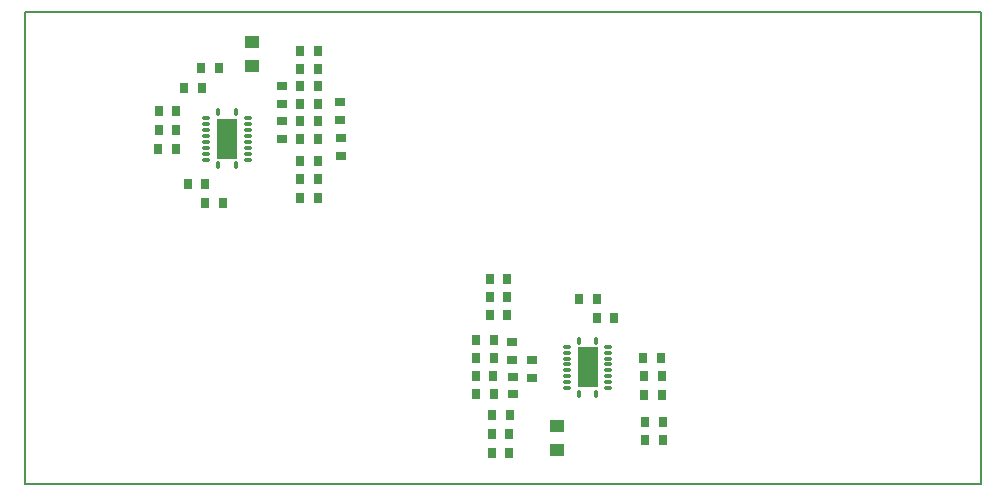
<source format=gbp>
%FSLAX25Y25*%
%MOIN*%
G70*
G01*
G75*
G04 Layer_Color=128*
%ADD10R,0.10630X0.03937*%
%ADD11R,0.02126X0.03543*%
%ADD12R,0.06299X0.01969*%
%ADD13R,0.07874X0.14410*%
%ADD14R,0.09843X0.14410*%
%ADD15R,0.25590X0.07559*%
%ADD16R,0.03543X0.02126*%
%ADD17R,0.01969X0.06299*%
%ADD18R,0.14410X0.07874*%
%ADD19R,0.14410X0.09843*%
%ADD20R,0.48504X0.15354*%
%ADD21C,0.00800*%
%ADD22R,0.19863X0.06977*%
%ADD23R,0.06180X0.93198*%
%ADD24R,0.45000X0.11900*%
%ADD25R,0.14563X0.09851*%
%ADD26R,0.30545X0.09475*%
%ADD27R,0.84414X0.11700*%
%ADD28R,0.46600X0.09300*%
%ADD29R,0.07500X0.15800*%
%ADD30R,0.07871X0.17200*%
%ADD31C,0.00500*%
%ADD32O,0.11811X0.09843*%
%ADD33R,0.11811X0.09843*%
%ADD34C,0.04000*%
%ADD35C,0.03000*%
%ADD36C,0.02000*%
%ADD37C,0.05000*%
%ADD38R,0.02756X0.03347*%
%ADD39R,0.03347X0.02756*%
%ADD40R,0.05118X0.03937*%
%ADD41O,0.02756X0.01181*%
%ADD42O,0.01181X0.02756*%
%ADD43R,0.07087X0.13386*%
%ADD44R,0.05000X0.94000*%
%ADD45R,0.16800X0.04300*%
%ADD46R,0.02620X0.27359*%
%ADD47R,0.02295X0.26700*%
%ADD48C,0.01000*%
%ADD49R,0.82400X0.16100*%
%ADD50R,0.11430X0.04737*%
%ADD51R,0.02926X0.04343*%
%ADD52R,0.07099X0.02769*%
%ADD53R,0.08674X0.15210*%
%ADD54R,0.10642X0.15210*%
%ADD55R,0.26391X0.08359*%
%ADD56R,0.04343X0.02926*%
%ADD57R,0.02769X0.07099*%
%ADD58R,0.15210X0.08674*%
%ADD59R,0.15210X0.10642*%
%ADD60R,0.49304X0.16154*%
%ADD61O,0.12611X0.10642*%
%ADD62R,0.12611X0.10642*%
%ADD63R,0.03556X0.04147*%
%ADD64R,0.04147X0.03556*%
%ADD65R,0.05918X0.04737*%
%ADD66O,0.03556X0.01981*%
%ADD67O,0.01981X0.03556*%
%ADD68R,0.07887X0.14186*%
D31*
X0Y-157480D02*
Y0D01*
Y-157480D02*
X318898D01*
Y0D01*
X0D02*
X318898D01*
D38*
X44626Y-33000D02*
D03*
X50532D02*
D03*
X64826Y-18600D02*
D03*
X58921D02*
D03*
X66126Y-63700D02*
D03*
X60220D02*
D03*
X50426Y-45700D02*
D03*
X44521D02*
D03*
X91921Y-36440D02*
D03*
X97826D02*
D03*
Y-30580D02*
D03*
X91921D02*
D03*
X97632Y-49800D02*
D03*
X91726D02*
D03*
X50532Y-39200D02*
D03*
X44626D02*
D03*
X59031Y-25500D02*
D03*
X53126D02*
D03*
X60232Y-57200D02*
D03*
X54326D02*
D03*
X97737Y-55800D02*
D03*
X91831D02*
D03*
X91921Y-42300D02*
D03*
X97826D02*
D03*
X97737Y-62100D02*
D03*
X91831D02*
D03*
X91921Y-24720D02*
D03*
X97826D02*
D03*
X91921Y-18860D02*
D03*
X97826D02*
D03*
X91921Y-13000D02*
D03*
X97826D02*
D03*
X161726Y-134294D02*
D03*
X155821D02*
D03*
X156300Y-127400D02*
D03*
X150394D02*
D03*
X155000Y-89100D02*
D03*
X160906D02*
D03*
X150320Y-121194D02*
D03*
X156226D02*
D03*
X155020Y-94994D02*
D03*
X160926D02*
D03*
X156306Y-115200D02*
D03*
X150400D02*
D03*
X156306Y-109300D02*
D03*
X150400D02*
D03*
X161531Y-140694D02*
D03*
X155626D02*
D03*
X161531Y-146894D02*
D03*
X155626D02*
D03*
X155020Y-100994D02*
D03*
X160926D02*
D03*
X212426Y-127594D02*
D03*
X206521D02*
D03*
X212726Y-142794D02*
D03*
X206821D02*
D03*
X206583Y-121472D02*
D03*
X212488D02*
D03*
X206720Y-136594D02*
D03*
X212626D02*
D03*
X206026Y-115494D02*
D03*
X211931D02*
D03*
X184726Y-95594D02*
D03*
X190631D02*
D03*
X190621Y-102094D02*
D03*
X196526D02*
D03*
D39*
X85600Y-36400D02*
D03*
Y-42305D02*
D03*
Y-30600D02*
D03*
Y-24694D02*
D03*
X105300Y-48006D02*
D03*
Y-42100D02*
D03*
X105100Y-35906D02*
D03*
Y-30000D02*
D03*
X162626Y-127494D02*
D03*
Y-121588D02*
D03*
X162526Y-115994D02*
D03*
Y-110088D02*
D03*
X169026Y-121899D02*
D03*
Y-115994D02*
D03*
D40*
X75726Y-18000D02*
D03*
Y-10126D02*
D03*
X177326Y-137994D02*
D03*
Y-145868D02*
D03*
D41*
X74316Y-35410D02*
D03*
Y-37379D02*
D03*
Y-39347D02*
D03*
Y-41316D02*
D03*
Y-43284D02*
D03*
Y-45253D02*
D03*
Y-47221D02*
D03*
Y-49190D02*
D03*
X60536D02*
D03*
Y-47221D02*
D03*
Y-45253D02*
D03*
Y-43284D02*
D03*
Y-41316D02*
D03*
Y-39347D02*
D03*
Y-37379D02*
D03*
Y-35410D02*
D03*
X180736Y-125383D02*
D03*
Y-123415D02*
D03*
Y-121447D02*
D03*
Y-119478D02*
D03*
Y-117509D02*
D03*
Y-115541D02*
D03*
Y-113572D02*
D03*
Y-111604D02*
D03*
X194516D02*
D03*
Y-113572D02*
D03*
Y-115541D02*
D03*
Y-117509D02*
D03*
Y-119478D02*
D03*
Y-121447D02*
D03*
Y-123415D02*
D03*
Y-125383D02*
D03*
D42*
X70379Y-51158D02*
D03*
X64473D02*
D03*
Y-33442D02*
D03*
X70379D02*
D03*
X184673Y-109635D02*
D03*
X190579D02*
D03*
Y-127352D02*
D03*
X184673D02*
D03*
D43*
X67426Y-42300D02*
D03*
X187626Y-118494D02*
D03*
M02*

</source>
